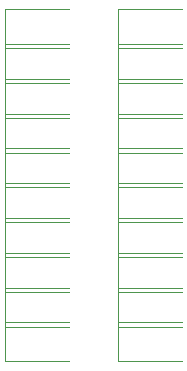
<source format=gbr>
G04 #@! TF.GenerationSoftware,KiCad,Pcbnew,(5.1.4-0-10_14)*
G04 #@! TF.CreationDate,2019-11-29T21:54:42+03:00*
G04 #@! TF.ProjectId,VHClick-rev1,5648436c-6963-46b2-9d72-6576312e6b69,rev?*
G04 #@! TF.SameCoordinates,Original*
G04 #@! TF.FileFunction,Legend,Bot*
G04 #@! TF.FilePolarity,Positive*
%FSLAX46Y46*%
G04 Gerber Fmt 4.6, Leading zero omitted, Abs format (unit mm)*
G04 Created by KiCad (PCBNEW (5.1.4-0-10_14)) date 2019-11-29 21:54:42*
%MOMM*%
%LPD*%
G04 APERTURE LIST*
%ADD10C,0.120000*%
G04 APERTURE END LIST*
D10*
X135703100Y-82053700D02*
X141103100Y-82053700D01*
X135703100Y-78753700D02*
X141103100Y-78753700D01*
X135703100Y-82053700D02*
X135703100Y-78753700D01*
X135703100Y-85000100D02*
X135703100Y-81700100D01*
X135703100Y-81700100D02*
X141103100Y-81700100D01*
X135703100Y-85000100D02*
X141103100Y-85000100D01*
X135703100Y-87946500D02*
X141103100Y-87946500D01*
X135703100Y-84646500D02*
X141103100Y-84646500D01*
X135703100Y-87946500D02*
X135703100Y-84646500D01*
X135703100Y-90892900D02*
X135703100Y-87592900D01*
X135703100Y-87592900D02*
X141103100Y-87592900D01*
X135703100Y-90892900D02*
X141103100Y-90892900D01*
X135703100Y-93839300D02*
X141103100Y-93839300D01*
X135703100Y-90539300D02*
X141103100Y-90539300D01*
X135703100Y-93839300D02*
X135703100Y-90539300D01*
X126140000Y-82053700D02*
X126140000Y-78753700D01*
X126140000Y-78753700D02*
X131540000Y-78753700D01*
X126140000Y-82053700D02*
X131540000Y-82053700D01*
X126140000Y-85000100D02*
X131540000Y-85000100D01*
X126140000Y-81700100D02*
X131540000Y-81700100D01*
X126140000Y-85000100D02*
X126140000Y-81700100D01*
X126140000Y-87946500D02*
X126140000Y-84646500D01*
X126140000Y-84646500D02*
X131540000Y-84646500D01*
X126140000Y-87946500D02*
X131540000Y-87946500D01*
X126140000Y-90892900D02*
X131540000Y-90892900D01*
X126140000Y-87592900D02*
X131540000Y-87592900D01*
X126140000Y-90892900D02*
X126140000Y-87592900D01*
X126140000Y-93839300D02*
X126140000Y-90539300D01*
X126140000Y-90539300D02*
X131540000Y-90539300D01*
X126140000Y-93839300D02*
X131540000Y-93839300D01*
X126140000Y-67321700D02*
X131540000Y-67321700D01*
X126140000Y-64021700D02*
X131540000Y-64021700D01*
X126140000Y-67321700D02*
X126140000Y-64021700D01*
X126140000Y-70268100D02*
X126140000Y-66968100D01*
X126140000Y-66968100D02*
X131540000Y-66968100D01*
X126140000Y-70268100D02*
X131540000Y-70268100D01*
X126140000Y-73214500D02*
X131540000Y-73214500D01*
X126140000Y-69914500D02*
X131540000Y-69914500D01*
X126140000Y-73214500D02*
X126140000Y-69914500D01*
X126140000Y-76160900D02*
X126140000Y-72860900D01*
X126140000Y-72860900D02*
X131540000Y-72860900D01*
X126140000Y-76160900D02*
X131540000Y-76160900D01*
X126140000Y-79107300D02*
X131540000Y-79107300D01*
X126140000Y-75807300D02*
X131540000Y-75807300D01*
X126140000Y-79107300D02*
X126140000Y-75807300D01*
X135703100Y-67321700D02*
X135703100Y-64021700D01*
X135703100Y-64021700D02*
X141103100Y-64021700D01*
X135703100Y-67321700D02*
X141103100Y-67321700D01*
X135703100Y-70268100D02*
X141103100Y-70268100D01*
X135703100Y-66968100D02*
X141103100Y-66968100D01*
X135703100Y-70268100D02*
X135703100Y-66968100D01*
X135703100Y-73214500D02*
X135703100Y-69914500D01*
X135703100Y-69914500D02*
X141103100Y-69914500D01*
X135703100Y-73214500D02*
X141103100Y-73214500D01*
X135703100Y-76160900D02*
X141103100Y-76160900D01*
X135703100Y-72860900D02*
X141103100Y-72860900D01*
X135703100Y-76160900D02*
X135703100Y-72860900D01*
X135703100Y-79107300D02*
X135703100Y-75807300D01*
X135703100Y-75807300D02*
X141103100Y-75807300D01*
X135703100Y-79107300D02*
X141103100Y-79107300D01*
M02*

</source>
